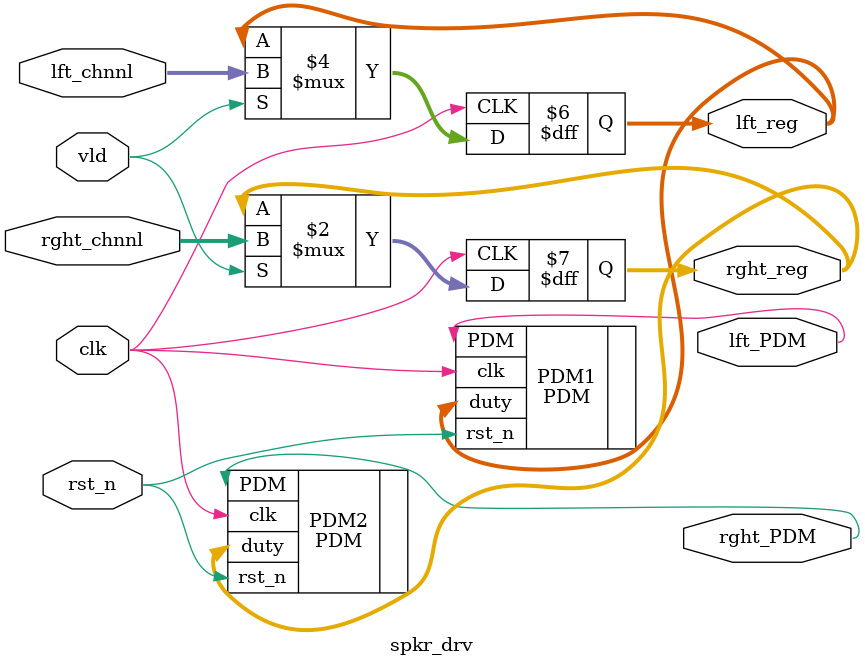
<source format=sv>
module spkr_drv(lft_chnnl, rght_chnnl, vld, lft_PDM, rght_PDM, rst_n, clk, lft_reg, rght_reg);

input [15:0] lft_chnnl, rght_chnnl;
input vld, clk, rst_n;
output lft_PDM, rght_PDM;

output reg [15:0] lft_reg, rght_reg;
logic lft_PDM, rght_PDM;

always_ff @(posedge clk)
	if(vld) begin
		lft_reg <= lft_chnnl;
		rght_reg <= rght_chnnl;
	end

PDM PDM1(.clk(clk), .rst_n(rst_n), .duty(lft_reg), .PDM(lft_PDM));
PDM PDM2(.clk(clk), .rst_n(rst_n), .duty(rght_reg), .PDM(rght_PDM));


endmodule

</source>
